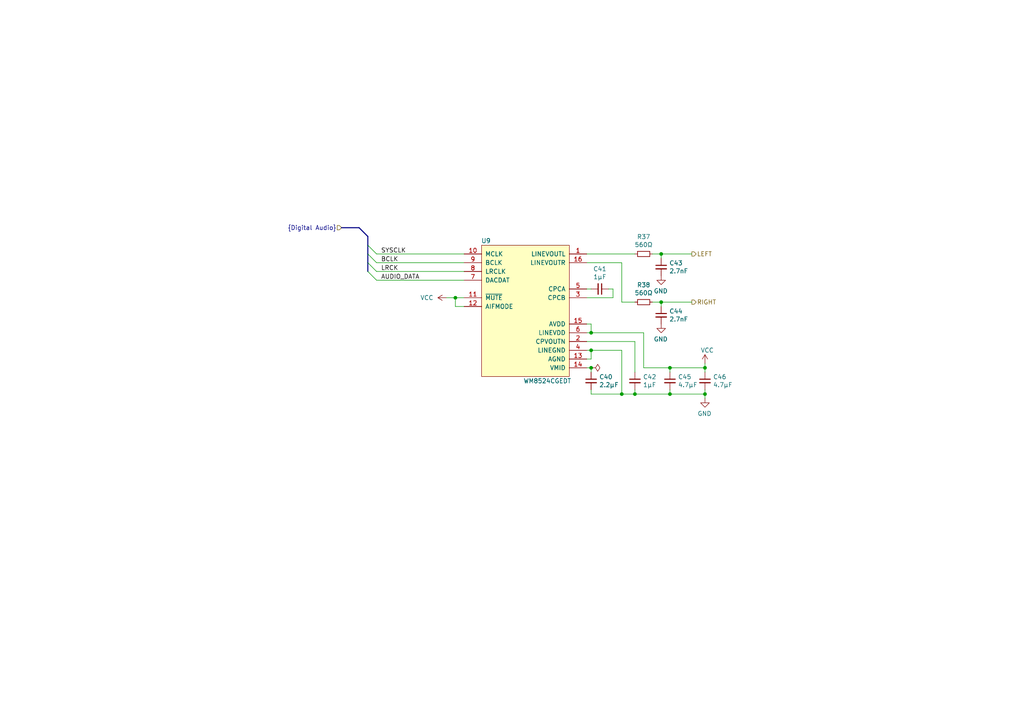
<source format=kicad_sch>
(kicad_sch (version 20230121) (generator eeschema)
  (paper "A4")
  (lib_symbols
    (symbol "Turaco:C_Small" (pin_numbers hide) (pin_names (offset 0.254) hide)
      (property "Reference" "C" (at 0.254 1.778 0))
      (property "Value" "C_Small" (at 0.254 -2.032 0))
      (symbol "C_Small_0_1"
        (polyline (pts (xy -1.524 -0.508) (xy 1.524 -0.508)) (stroke (width 0.3302)))
        (polyline (pts (xy -1.524 0.508) (xy 1.524 0.508)) (stroke (width 0.3048)))
      )
      (symbol "C_Small_1_1"
        (pin passive line (at 0 2.54 270) (length 2.032) (name "~") (number "1"))
        (pin passive line (at 0 -2.54 90) (length 2.032) (name "~") (number "2"))
      )
    )
    (symbol "Turaco:R_Small" (pin_numbers hide) (pin_names (offset 0.254) hide)
      (property "Reference" "R" (at 0.762 0.508 0))
      (property "Value" "R_Small" (at 0.762 -1.016 0))
      (symbol "R_Small_0_1"
        (rectangle (start -0.762 1.778) (end 0.762 -1.778) (stroke (width 0.2032)))
      )
      (symbol "R_Small_1_1"
        (pin passive line (at 0 2.54 270) (length 0.762) (name "~") (number "1"))
        (pin passive line (at 0 -2.54 90) (length 0.762) (name "~") (number "2"))
      )
    )
    (symbol "Turaco:WM8524CGEDT" (pin_names (offset 1.016))
      (property "Reference" "U" (at 1.27 3.81 0))
      (property "Value" "WM8524CGEDT" (at 7.62 1.27 0))
      (symbol "WM8524CGEDT_0_1"
        (rectangle (start 0 0) (end 25.4 -38.1) (fill (type background)))
      )
      (symbol "WM8524CGEDT_1_1"
        (pin output line (at 30.48 -2.54 180) (length 5.08) (name "LINEVOUTL") (number "1"))
        (pin input line (at -5.08 -2.54 0) (length 5.08) (name "MCLK") (number "10"))
        (pin input line (at -5.08 -15.24 0) (length 5.08) (name "~{MUTE}") (number "11"))
        (pin input line (at -5.08 -17.78 0) (length 5.08) (name "AIFMODE") (number "12"))
        (pin power_in line (at 30.48 -33.02 180) (length 5.08) (name "AGND") (number "13"))
        (pin power_in line (at 30.48 -35.56 180) (length 5.08) (name "VMID") (number "14"))
        (pin power_in line (at 30.48 -22.86 180) (length 5.08) (name "AVDD") (number "15"))
        (pin output line (at 30.48 -5.08 180) (length 5.08) (name "LINEVOUTR") (number "16"))
        (pin power_out line (at 30.48 -27.94 180) (length 5.08) (name "CPVOUTN") (number "2"))
        (pin passive line (at 30.48 -15.24 180) (length 5.08) (name "CPCB") (number "3"))
        (pin power_in line (at 30.48 -30.48 180) (length 5.08) (name "LINEGND") (number "4"))
        (pin passive line (at 30.48 -12.7 180) (length 5.08) (name "CPCA") (number "5"))
        (pin power_in line (at 30.48 -25.4 180) (length 5.08) (name "LINEVDD") (number "6"))
        (pin input line (at -5.08 -10.16 0) (length 5.08) (name "DACDAT") (number "7"))
        (pin input line (at -5.08 -7.62 0) (length 5.08) (name "LRCLK") (number "8"))
        (pin input line (at -5.08 -5.08 0) (length 5.08) (name "BCLK") (number "9"))
      )
    )
    (symbol "power:GND" (power) (pin_names (offset 0))
      (property "Value" "GND" (at 0 -3.81 0))
      (symbol "GND_0_1"
        (polyline (pts (xy 0 0) (xy 0 -1.27) (xy 1.27 -1.27) (xy 0 -2.54) (xy -1.27 -1.27) (xy 0 -1.27)))
      )
      (symbol "GND_1_1"
        (pin power_in line (at 0 0 270) (length 0) hide (name "GND") (number "1"))
      )
    )
    (symbol "power:PWR_FLAG" (power) (pin_numbers hide) (pin_names (offset 0) hide)
      (property "Value" "PWR_FLAG" (at 0 3.81 0))
      (symbol "PWR_FLAG_0_0"
        (pin power_out line (at 0 0 90) (length 0) (name "pwr") (number "1"))
      )
      (symbol "PWR_FLAG_0_1"
        (polyline (pts (xy 0 0) (xy 0 1.27) (xy -1.016 1.905) (xy 0 2.54) (xy 1.016 1.905) (xy 0 1.27)))
      )
    )
    (symbol "power:VCC" (power) (pin_names (offset 0))
      (property "Value" "VCC" (at 0 3.81 0))
      (symbol "VCC_0_1"
        (polyline (pts (xy -0.762 1.27) (xy 0 2.54)))
        (polyline (pts (xy 0 0) (xy 0 2.54)))
        (polyline (pts (xy 0 2.54) (xy 0.762 1.27)))
      )
      (symbol "VCC_1_1"
        (pin power_in line (at 0 0 90) (length 0) hide (name "VCC") (number "1"))
      )
    )
  )
  (junction (at 171.45 96.52))
  (junction (at 171.45 101.6))
  (junction (at 194.31 106.68))
  (junction (at 132.08 86.36))
  (junction (at 191.77 87.63))
  (junction (at 180.34 114.3))
  (junction (at 184.15 114.3))
  (junction (at 191.77 73.66))
  (junction (at 171.45 106.68))
  (junction (at 194.31 114.3))
  (junction (at 204.47 114.3))
  (junction (at 204.47 106.68))
  (bus_entry (at 106.68 78.74) (size 2.54 2.54))
  (bus_entry (at 106.68 73.66) (size 2.54 2.54))
  (bus_entry (at 106.68 76.2) (size 2.54 2.54))
  (bus_entry (at 106.68 71.12) (size 2.54 2.54))
  (wire (pts (xy 170.18 106.68) (xy 171.45 106.68)))
  (bus (pts (xy 106.68 76.2) (xy 106.68 78.74)))
  (wire (pts (xy 132.08 88.9) (xy 134.62 88.9)))
  (wire (pts (xy 171.45 96.52) (xy 170.18 96.52)))
  (wire (pts (xy 194.31 106.68) (xy 186.69 106.68)))
  (wire (pts (xy 194.31 106.68) (xy 194.31 107.95)))
  (wire (pts (xy 180.34 76.2) (xy 180.34 87.63)))
  (wire (pts (xy 177.8 83.82) (xy 176.53 83.82)))
  (wire (pts (xy 194.31 114.3) (xy 204.47 114.3)))
  (wire (pts (xy 177.8 86.36) (xy 177.8 83.82)))
  (wire (pts (xy 191.77 87.63) (xy 191.77 88.9)))
  (wire (pts (xy 204.47 114.3) (xy 204.47 115.57)))
  (wire (pts (xy 171.45 104.14) (xy 170.18 104.14)))
  (wire (pts (xy 184.15 113.03) (xy 184.15 114.3)))
  (wire (pts (xy 129.54 86.36) (xy 132.08 86.36)))
  (wire (pts (xy 180.34 87.63) (xy 184.15 87.63)))
  (wire (pts (xy 171.45 114.3) (xy 171.45 113.03)))
  (wire (pts (xy 109.22 78.74) (xy 134.62 78.74)))
  (wire (pts (xy 132.08 86.36) (xy 134.62 86.36)))
  (wire (pts (xy 170.18 73.66) (xy 184.15 73.66)))
  (wire (pts (xy 184.15 114.3) (xy 180.34 114.3)))
  (wire (pts (xy 180.34 101.6) (xy 180.34 114.3)))
  (wire (pts (xy 171.45 106.68) (xy 171.45 107.95)))
  (wire (pts (xy 171.45 101.6) (xy 180.34 101.6)))
  (wire (pts (xy 186.69 106.68) (xy 186.69 96.52)))
  (wire (pts (xy 184.15 114.3) (xy 194.31 114.3)))
  (wire (pts (xy 171.45 93.98) (xy 171.45 96.52)))
  (wire (pts (xy 191.77 73.66) (xy 191.77 74.93)))
  (bus (pts (xy 106.68 71.12) (xy 106.68 73.66)))
  (wire (pts (xy 180.34 114.3) (xy 171.45 114.3)))
  (wire (pts (xy 170.18 76.2) (xy 180.34 76.2)))
  (wire (pts (xy 109.22 81.28) (xy 134.62 81.28)))
  (wire (pts (xy 184.15 99.06) (xy 184.15 107.95)))
  (wire (pts (xy 132.08 86.36) (xy 132.08 88.9)))
  (wire (pts (xy 170.18 101.6) (xy 171.45 101.6)))
  (wire (pts (xy 170.18 99.06) (xy 184.15 99.06)))
  (wire (pts (xy 191.77 73.66) (xy 200.66 73.66)))
  (wire (pts (xy 189.23 87.63) (xy 191.77 87.63)))
  (bus (pts (xy 99.06 66.04) (xy 104.14 66.04)))
  (bus (pts (xy 106.68 73.66) (xy 106.68 76.2)))
  (bus (pts (xy 106.68 68.58) (xy 106.68 71.12)))
  (wire (pts (xy 204.47 106.68) (xy 194.31 106.68)))
  (wire (pts (xy 189.23 73.66) (xy 191.77 73.66)))
  (bus (pts (xy 104.14 66.04) (xy 106.68 68.58)))
  (wire (pts (xy 171.45 96.52) (xy 186.69 96.52)))
  (wire (pts (xy 204.47 105.41) (xy 204.47 106.68)))
  (wire (pts (xy 170.18 86.36) (xy 177.8 86.36)))
  (wire (pts (xy 109.22 76.2) (xy 134.62 76.2)))
  (wire (pts (xy 171.45 101.6) (xy 171.45 104.14)))
  (wire (pts (xy 204.47 113.03) (xy 204.47 114.3)))
  (wire (pts (xy 191.77 87.63) (xy 200.66 87.63)))
  (wire (pts (xy 109.22 73.66) (xy 134.62 73.66)))
  (wire (pts (xy 170.18 93.98) (xy 171.45 93.98)))
  (wire (pts (xy 171.45 83.82) (xy 170.18 83.82)))
  (wire (pts (xy 194.31 114.3) (xy 194.31 113.03)))
  (wire (pts (xy 204.47 106.68) (xy 204.47 107.95)))
  (label "BCLK" (at 110.49 76.2 0))
  (label "SYSCLK" (at 110.49 73.66 0))
  (label "AUDIO_DATA" (at 110.49 81.28 0))
  (label "LRCK" (at 110.49 78.74 0))
  (hierarchical_label "RIGHT" (shape output) (at 200.66 87.63 0))
  (hierarchical_label "LEFT" (shape output) (at 200.66 73.66 0))
  (hierarchical_label "{Digital Audio}" (shape input) (at 99.06 66.04 180))
  (symbol (lib_id "power:PWR_FLAG") (at 171.45 106.68 270) (unit 1)
    (property "Reference" "#FLG02" (effects hide))
    (property "Value" "PWR_FLAG" (effects hide))
    (instances (project "Revision 2" (path "" (reference "#FLG02") (unit 1)) (path "" (reference "#FLG02") (unit 1)) (path "" (reference "#FLG08") (unit 1))) (project "dvi-12bit" (path "" (reference "#FLG01") (unit 1))))
  )
  (symbol (lib_id "power:VCC") (at 204.47 105.41 0) (unit 1)
    (property "Reference" "#PWR0130" (effects hide))
    (property "Value" "VCC" (at 203.2001 101.6 0) (effects (justify left)))
  )
  (symbol (lib_id "Turaco:C_Small") (at 191.77 91.44 0) (unit 1)
    (property "Reference" "C44" (at 194.1068 90.2716 0) (effects (justify left)))
    (property "Value" "2.7nF" (at 194.1068 92.583 0) (effects (justify left)))
    (property "Footprint" "Capacitor_SMD:C_0402_1005Metric" (effects hide))
    (instances (project "Revision 2" (path "" (reference "C44") (unit 1))) (project "vera-module-rev4" (path "" (reference "C15") (unit 1))))
  )
  (symbol (lib_id "power:VCC") (at 129.54 86.36 90) (unit 1)
    (property "Reference" "#PWR0127" (effects hide))
    (property "Value" "VCC" (at 125.73 86.3599 90) (effects (justify left)))
  )
  (symbol (lib_id "Turaco:R_Small") (at 186.69 87.63 270) (unit 1)
    (property "Reference" "R38" (at 186.69 82.6516 90))
    (property "Value" "560Ω" (at 186.69 84.963 90))
    (instances (project "Revision 2" (path "" (reference "R38") (unit 1))) (project "vera-module-rev4" (path "" (reference "R15") (unit 1))))
  )
  (symbol (lib_id "power:GND") (at 191.77 80.01 0) (mirror y) (unit 1)
    (property "Reference" "#PWR0128" (effects hide))
    (property "Value" "GND" (at 191.643 84.4042 0))
    (instances (project "Revision 2" (path "" (reference "#PWR0128") (unit 1))) (project "vera-module-rev4" (path "" (reference "#PWR033") (unit 1))))
  )
  (symbol (lib_id "power:GND") (at 204.47 115.57 0) (mirror y) (unit 1)
    (property "Reference" "#PWR0131" (effects hide))
    (property "Value" "GND" (at 204.343 119.9642 0))
    (instances (project "Revision 2" (path "" (reference "#PWR0131") (unit 1))) (project "vera-module-rev4" (path "" (reference "#PWR054") (unit 1))))
  )
  (symbol (lib_id "Turaco:WM8524CGEDT") (at 139.7 71.12 0) (unit 1)
    (property "Reference" "U9" (at 140.97 69.85 0))
    (property "Value" "WM8524CGEDT" (at 158.75 110.49 0))
  )
  (symbol (lib_id "Turaco:C_Small") (at 204.47 110.49 0) (unit 1)
    (property "Reference" "C46" (at 206.8068 109.3216 0) (effects (justify left)))
    (property "Value" "4.7µF" (at 206.8068 111.633 0) (effects (justify left)))
    (property "Footprint" "Capacitor_SMD:C_0402_1005Metric" (effects hide))
    (instances (project "Revision 2" (path "" (reference "C46") (unit 1))) (project "vera-module-rev4" (path "" (reference "C37") (unit 1))))
  )
  (symbol (lib_id "power:GND") (at 191.77 93.98 0) (mirror y) (unit 1)
    (property "Reference" "#PWR0129" (effects hide))
    (property "Value" "GND" (at 191.643 98.3742 0))
    (instances (project "Revision 2" (path "" (reference "#PWR0129") (unit 1))) (project "vera-module-rev4" (path "" (reference "#PWR041") (unit 1))))
  )
  (symbol (lib_id "Turaco:C_Small") (at 184.15 110.49 0) (unit 1)
    (property "Reference" "C42" (at 186.4868 109.3216 0) (effects (justify left)))
    (property "Value" "1µF" (at 186.4868 111.633 0) (effects (justify left)))
    (property "Footprint" "Capacitor_SMD:C_0402_1005Metric" (effects hide))
    (instances (project "Revision 2" (path "" (reference "C42") (unit 1))) (project "vera-module-rev4" (path "" (reference "C21") (unit 1))))
  )
  (symbol (lib_id "Turaco:C_Small") (at 173.99 83.82 270) (unit 1)
    (property "Reference" "C41" (at 173.99 78.0034 90))
    (property "Value" "1µF" (at 173.99 80.3148 90))
    (property "Footprint" "Capacitor_SMD:C_0402_1005Metric" (effects hide))
    (instances (project "Revision 2" (path "" (reference "C41") (unit 1))) (project "vera-module-rev4" (path "" (reference "C14") (unit 1))))
  )
  (symbol (lib_id "Turaco:C_Small") (at 171.45 110.49 0) (unit 1)
    (property "Reference" "C40" (at 173.7868 109.3216 0) (effects (justify left)))
    (property "Value" "2.2µF" (at 173.7868 111.633 0) (effects (justify left)))
    (property "Footprint" "Capacitor_SMD:C_0402_1005Metric" (effects hide))
    (instances (project "Revision 2" (path "" (reference "C40") (unit 1))) (project "vera-module-rev4" (path "" (reference "C20") (unit 1))))
  )
  (symbol (lib_id "Turaco:C_Small") (at 191.77 77.47 0) (unit 1)
    (property "Reference" "C43" (at 194.1068 76.3016 0) (effects (justify left)))
    (property "Value" "2.7nF" (at 194.1068 78.613 0) (effects (justify left)))
    (property "Footprint" "Capacitor_SMD:C_0402_1005Metric" (effects hide))
    (instances (project "Revision 2" (path "" (reference "C43") (unit 1))) (project "vera-module-rev4" (path "" (reference "C13") (unit 1))))
  )
  (symbol (lib_id "Turaco:R_Small") (at 186.69 73.66 270) (unit 1)
    (property "Reference" "R37" (at 186.69 68.6816 90))
    (property "Value" "560Ω" (at 186.69 70.993 90))
    (instances (project "Revision 2" (path "" (reference "R37") (unit 1))) (project "vera-module-rev4" (path "" (reference "R13") (unit 1))))
  )
  (symbol (lib_id "Turaco:C_Small") (at 194.31 110.49 0) (unit 1)
    (property "Reference" "C45" (at 196.6468 109.3216 0) (effects (justify left)))
    (property "Value" "4.7µF" (at 196.6468 111.633 0) (effects (justify left)))
    (property "Footprint" "Capacitor_SMD:C_0402_1005Metric" (effects hide))
    (instances (project "Revision 2" (path "" (reference "C45") (unit 1))) (project "vera-module-rev4" (path "" (reference "C22") (unit 1))))
  )
)
</source>
